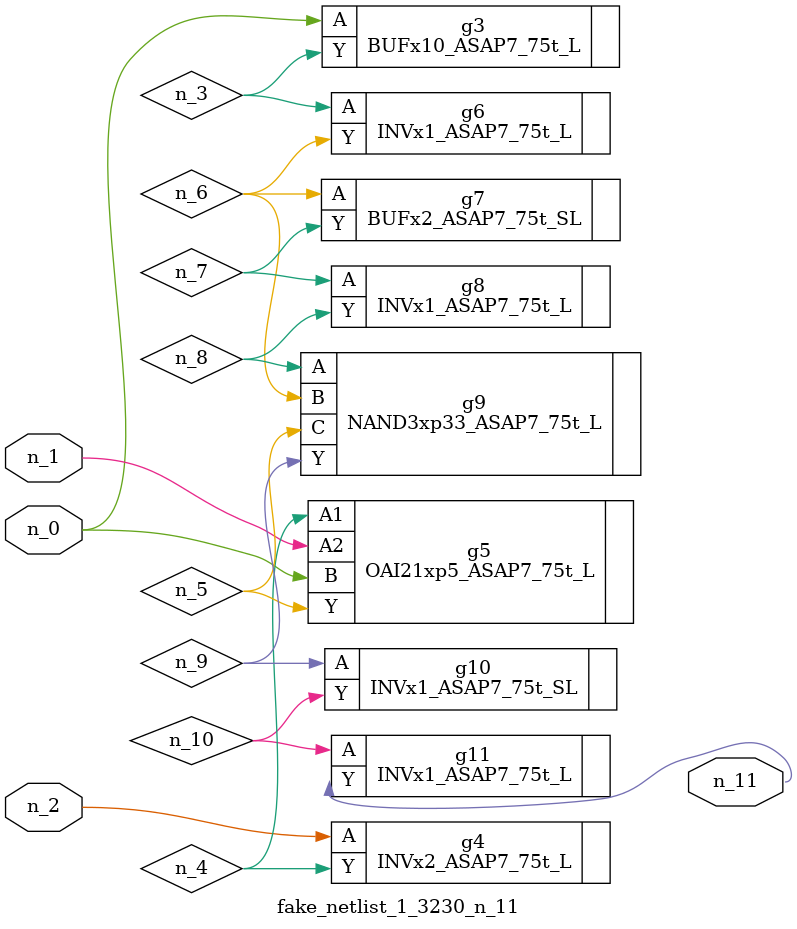
<source format=v>
module fake_netlist_1_3230_n_11 (n_1, n_2, n_0, n_11);
input n_1;
input n_2;
input n_0;
output n_11;
wire n_6;
wire n_4;
wire n_3;
wire n_9;
wire n_5;
wire n_7;
wire n_10;
wire n_8;
BUFx10_ASAP7_75t_L g3 ( .A(n_0), .Y(n_3) );
INVx2_ASAP7_75t_L g4 ( .A(n_2), .Y(n_4) );
OAI21xp5_ASAP7_75t_L g5 ( .A1(n_4), .A2(n_1), .B(n_0), .Y(n_5) );
INVx1_ASAP7_75t_L g6 ( .A(n_3), .Y(n_6) );
BUFx2_ASAP7_75t_SL g7 ( .A(n_6), .Y(n_7) );
INVx1_ASAP7_75t_L g8 ( .A(n_7), .Y(n_8) );
NAND3xp33_ASAP7_75t_L g9 ( .A(n_8), .B(n_6), .C(n_5), .Y(n_9) );
INVx1_ASAP7_75t_SL g10 ( .A(n_9), .Y(n_10) );
INVx1_ASAP7_75t_L g11 ( .A(n_10), .Y(n_11) );
endmodule
</source>
